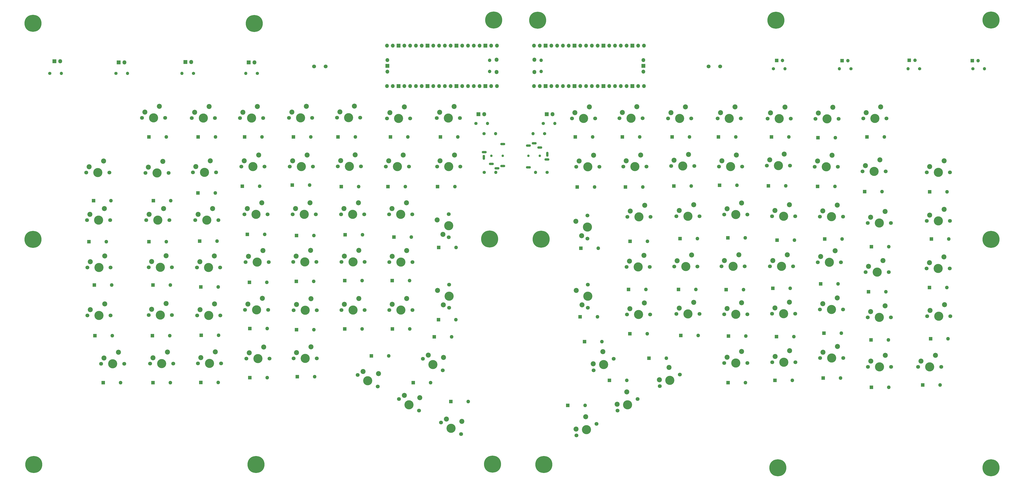
<source format=gbr>
%TF.GenerationSoftware,KiCad,Pcbnew,7.0.1-3b83917a11~172~ubuntu22.04.1*%
%TF.CreationDate,2023-03-31T12:58:08+02:00*%
%TF.ProjectId,Europe-ergo,4575726f-7065-42d6-9572-676f2e6b6963,rev?*%
%TF.SameCoordinates,Original*%
%TF.FileFunction,Soldermask,Top*%
%TF.FilePolarity,Negative*%
%FSLAX46Y46*%
G04 Gerber Fmt 4.6, Leading zero omitted, Abs format (unit mm)*
G04 Created by KiCad (PCBNEW 7.0.1-3b83917a11~172~ubuntu22.04.1) date 2023-03-31 12:58:08*
%MOMM*%
%LPD*%
G01*
G04 APERTURE LIST*
%ADD10O,1.100000X2.200000*%
%ADD11O,2.200000X1.100000*%
%ADD12C,1.100000*%
%ADD13R,1.600000X1.600000*%
%ADD14O,1.600000X1.600000*%
%ADD15C,7.500000*%
%ADD16C,1.700000*%
%ADD17C,4.000000*%
%ADD18C,2.200000*%
%ADD19R,1.500000X1.500000*%
%ADD20O,1.500000X1.500000*%
%ADD21C,1.400000*%
%ADD22O,1.400000X1.400000*%
%ADD23R,1.800000X1.800000*%
%ADD24O,1.800000X1.800000*%
%ADD25O,1.700000X1.700000*%
%ADD26R,1.700000X1.700000*%
G04 APERTURE END LIST*
D10*
%TO.C,J2*%
X326275000Y-91550000D03*
D11*
X322975000Y-88650000D03*
X326075000Y-93850000D03*
X317975000Y-87750000D03*
X317975000Y-97350000D03*
X320475000Y-86750000D03*
D12*
X317975000Y-92250000D03*
X322975000Y-92250000D03*
%TD*%
D10*
%TO.C,J1*%
X298370000Y-92930000D03*
D11*
X301670000Y-95830000D03*
X298570000Y-90630000D03*
X306670000Y-96730000D03*
X306670000Y-87130000D03*
X304170000Y-97730000D03*
D12*
X306670000Y-92230000D03*
X301670000Y-92230000D03*
%TD*%
D13*
%TO.C,D85*%
X426860000Y-171760000D03*
D14*
X434480000Y-171760000D03*
%TD*%
D13*
%TO.C,D90*%
X153190000Y-192000000D03*
D14*
X160810000Y-192000000D03*
%TD*%
D13*
%TO.C,D92*%
X267380000Y-192000000D03*
D14*
X275000000Y-192000000D03*
%TD*%
D15*
%TO.C,H13*%
X302750000Y-32600000D03*
%TD*%
D13*
%TO.C,D3*%
X193400000Y-84000000D03*
D14*
X201020000Y-84000000D03*
%TD*%
D13*
%TO.C,D22*%
X192360000Y-105600000D03*
D14*
X199980000Y-105600000D03*
%TD*%
D16*
%TO.C,SW41*%
X343900000Y-128700000D03*
D17*
X343900000Y-123620000D03*
D16*
X343900000Y-118540000D03*
D18*
X338820000Y-121080000D03*
X341360000Y-127430000D03*
%TD*%
D16*
%TO.C,SW64*%
X151340000Y-162280000D03*
D17*
X156420000Y-162280000D03*
D16*
X161500000Y-162280000D03*
D18*
X158960000Y-157200000D03*
X152610000Y-159740000D03*
%TD*%
D16*
%TO.C,SW48*%
X492775000Y-120880000D03*
D17*
X497855000Y-120880000D03*
D16*
X502935000Y-120880000D03*
D18*
X500395000Y-115800000D03*
X494045000Y-118340000D03*
%TD*%
D13*
%TO.C,D95*%
X353550000Y-191000000D03*
D14*
X361170000Y-191000000D03*
%TD*%
D13*
%TO.C,D94*%
X335190000Y-202000000D03*
D14*
X342810000Y-202000000D03*
%TD*%
D15*
%TO.C,H6*%
X521000000Y-32600000D03*
%TD*%
D19*
%TO.C,D42*%
X512730000Y-50440000D03*
D20*
X515270000Y-50440000D03*
%TD*%
D16*
%TO.C,SW45*%
X424920000Y-118880000D03*
D17*
X430000000Y-118880000D03*
D16*
X435080000Y-118880000D03*
D18*
X432540000Y-113800000D03*
X426190000Y-116340000D03*
%TD*%
D16*
%TO.C,SW76*%
X403920000Y-161960000D03*
D17*
X409000000Y-161960000D03*
D16*
X414080000Y-161960000D03*
D18*
X411540000Y-156880000D03*
X405190000Y-159420000D03*
%TD*%
D13*
%TO.C,D55*%
X405520000Y-128360000D03*
D14*
X413140000Y-128360000D03*
%TD*%
D13*
%TO.C,D72*%
X152960000Y-171380000D03*
D14*
X160580000Y-171380000D03*
%TD*%
D16*
%TO.C,SW83*%
X172920000Y-183500000D03*
D17*
X178000000Y-183500000D03*
D16*
X183080000Y-183500000D03*
D18*
X180540000Y-178420000D03*
X174190000Y-180960000D03*
%TD*%
D13*
%TO.C,D44*%
X341000000Y-132920000D03*
D14*
X348620000Y-132920000D03*
%TD*%
D16*
%TO.C,SW62*%
X492675000Y-141800000D03*
D17*
X497755000Y-141800000D03*
D16*
X502835000Y-141800000D03*
D18*
X500295000Y-136720000D03*
X493945000Y-139260000D03*
%TD*%
D21*
%TO.C,R2*%
X136920000Y-56000000D03*
D22*
X142000000Y-56000000D03*
%TD*%
D16*
%TO.C,SW47*%
X466920000Y-121840000D03*
D17*
X472000000Y-121840000D03*
D16*
X477080000Y-121840000D03*
D18*
X474540000Y-116760000D03*
X468190000Y-119300000D03*
%TD*%
D15*
%TO.C,H5*%
X100900000Y-228000000D03*
%TD*%
D16*
%TO.C,SW91*%
X375600586Y-193540009D03*
D17*
X379999995Y-191000009D03*
D16*
X384399405Y-188460009D03*
D18*
X379659700Y-185330600D03*
X375430439Y-190705305D03*
%TD*%
D16*
%TO.C,SW75*%
X382920000Y-161800000D03*
D17*
X388000000Y-161800000D03*
D16*
X393080000Y-161800000D03*
D18*
X390540000Y-156720000D03*
X384190000Y-159260000D03*
%TD*%
D15*
%TO.C,H1*%
X100500000Y-34000000D03*
%TD*%
D21*
%TO.C,R14*%
X298460000Y-82500000D03*
D22*
X303540000Y-82500000D03*
%TD*%
D16*
%TO.C,SW40*%
X283000000Y-128080000D03*
D17*
X283000000Y-123000000D03*
D16*
X283000000Y-117920000D03*
D18*
X277920000Y-120460000D03*
X280460000Y-126810000D03*
%TD*%
D13*
%TO.C,D34*%
X151400000Y-130000000D03*
D14*
X159020000Y-130000000D03*
%TD*%
D16*
%TO.C,SW61*%
X465920000Y-143380000D03*
D17*
X471000000Y-143380000D03*
D16*
X476080000Y-143380000D03*
D18*
X473540000Y-138300000D03*
X467190000Y-140840000D03*
%TD*%
D21*
%TO.C,R3*%
X171000000Y-56000000D03*
D22*
X165920000Y-56000000D03*
%TD*%
D13*
%TO.C,D49*%
X173690000Y-129800000D03*
D14*
X181310000Y-129800000D03*
%TD*%
D16*
%TO.C,SW13*%
X443920000Y-76000000D03*
D17*
X449000000Y-76000000D03*
D16*
X454080000Y-76000000D03*
D18*
X451540000Y-70920000D03*
X445190000Y-73460000D03*
%TD*%
D16*
%TO.C,SW39*%
X256840000Y-118000000D03*
D17*
X261920000Y-118000000D03*
D16*
X267000000Y-118000000D03*
D18*
X264460000Y-112920000D03*
X258110000Y-115460000D03*
%TD*%
D16*
%TO.C,SW36*%
X193340000Y-118000000D03*
D17*
X198420000Y-118000000D03*
D16*
X203500000Y-118000000D03*
D18*
X200960000Y-112920000D03*
X194610000Y-115460000D03*
%TD*%
D15*
%TO.C,H16*%
X427400000Y-229450000D03*
%TD*%
D13*
%TO.C,D83*%
X384800000Y-171260000D03*
D14*
X392420000Y-171260000D03*
%TD*%
D13*
%TO.C,D102*%
X195660000Y-189800000D03*
D14*
X203280000Y-189800000D03*
%TD*%
D13*
%TO.C,D5*%
X279380000Y-84000000D03*
D14*
X287000000Y-84000000D03*
%TD*%
D16*
%TO.C,SW29*%
X422590000Y-96610000D03*
D17*
X427670000Y-96610000D03*
D16*
X432750000Y-96610000D03*
D18*
X430210000Y-91530000D03*
X423860000Y-94070000D03*
%TD*%
D13*
%TO.C,D65*%
X195510000Y-147900000D03*
D14*
X203130000Y-147900000D03*
%TD*%
D16*
%TO.C,SW58*%
X402730000Y-140840000D03*
D17*
X407810000Y-140840000D03*
D16*
X412890000Y-140840000D03*
D18*
X410350000Y-135760000D03*
X404000000Y-138300000D03*
%TD*%
D16*
%TO.C,SW60*%
X444920000Y-139040000D03*
D17*
X450000000Y-139040000D03*
D16*
X455080000Y-139040000D03*
D18*
X452540000Y-133960000D03*
X446190000Y-136500000D03*
%TD*%
D13*
%TO.C,D99*%
X174200000Y-191900000D03*
D14*
X181820000Y-191900000D03*
%TD*%
D16*
%TO.C,SW84*%
X194200000Y-181400000D03*
D17*
X199280000Y-181400000D03*
D16*
X204360000Y-181400000D03*
D18*
X201820000Y-176320000D03*
X195470000Y-178860000D03*
%TD*%
D15*
%TO.C,H2*%
X521000000Y-229450000D03*
%TD*%
D16*
%TO.C,SW6*%
X255920000Y-75800000D03*
D17*
X261000000Y-75800000D03*
D16*
X266080000Y-75800000D03*
D18*
X263540000Y-70720000D03*
X257190000Y-73260000D03*
%TD*%
D13*
%TO.C,D50*%
X362550000Y-129840000D03*
D14*
X370170000Y-129840000D03*
%TD*%
D23*
%TO.C,D38*%
X296000000Y-74000000D03*
D24*
X298540000Y-74000000D03*
%TD*%
D16*
%TO.C,SW50*%
X151350000Y-141300000D03*
D17*
X156430000Y-141300000D03*
D16*
X161510000Y-141300000D03*
D18*
X158970000Y-136220000D03*
X152620000Y-138760000D03*
%TD*%
D13*
%TO.C,D48*%
X258920000Y-128000000D03*
D14*
X266540000Y-128000000D03*
%TD*%
D16*
%TO.C,SW46*%
X445920000Y-118980000D03*
D17*
X451000000Y-118980000D03*
D16*
X456080000Y-118980000D03*
D18*
X453540000Y-113900000D03*
X447190000Y-116440000D03*
%TD*%
D13*
%TO.C,D16*%
X153380000Y-112000000D03*
D14*
X161000000Y-112000000D03*
%TD*%
D13*
%TO.C,D80*%
X195700000Y-168180000D03*
D14*
X203320000Y-168180000D03*
%TD*%
D21*
%TO.C,R6*%
X425470000Y-54000000D03*
D22*
X430550000Y-54000000D03*
%TD*%
D16*
%TO.C,SW96*%
X488990000Y-185080000D03*
D17*
X494070000Y-185080000D03*
D16*
X499150000Y-185080000D03*
D18*
X496610000Y-180000000D03*
X490260000Y-182540000D03*
%TD*%
D13*
%TO.C,D93*%
X283889600Y-200284700D03*
D14*
X291509600Y-200284700D03*
%TD*%
D13*
%TO.C,D23*%
X214300000Y-105140000D03*
D14*
X221920000Y-105140000D03*
%TD*%
D16*
%TO.C,SW44*%
X403920000Y-118100000D03*
D17*
X409000000Y-118100000D03*
D16*
X414080000Y-118100000D03*
D18*
X411540000Y-113020000D03*
X405190000Y-115560000D03*
%TD*%
D13*
%TO.C,D18*%
X339410000Y-106005000D03*
D14*
X347030000Y-106005000D03*
%TD*%
D16*
%TO.C,SW34*%
X150220000Y-120500000D03*
D17*
X155300000Y-120500000D03*
D16*
X160380000Y-120500000D03*
D18*
X157840000Y-115420000D03*
X151490000Y-117960000D03*
%TD*%
D16*
%TO.C,SW22*%
X234320000Y-96900000D03*
D17*
X239400000Y-96900000D03*
D16*
X244480000Y-96900000D03*
D18*
X241940000Y-91820000D03*
X235590000Y-94360000D03*
%TD*%
D16*
%TO.C,SW18*%
X149920000Y-99800000D03*
D17*
X155000000Y-99800000D03*
D16*
X160080000Y-99800000D03*
D18*
X157540000Y-94720000D03*
X151190000Y-97260000D03*
%TD*%
D13*
%TO.C,D57*%
X127410000Y-149100000D03*
D14*
X135030000Y-149100000D03*
%TD*%
D16*
%TO.C,SW80*%
X492975000Y-162800000D03*
D17*
X498055000Y-162800000D03*
D16*
X503135000Y-162800000D03*
D18*
X500595000Y-157720000D03*
X494245000Y-160260000D03*
%TD*%
D16*
%TO.C,SW17*%
X123880000Y-99600000D03*
D17*
X128960000Y-99600000D03*
D16*
X134040000Y-99600000D03*
D18*
X131500000Y-94520000D03*
X125150000Y-97060000D03*
%TD*%
D13*
%TO.C,D59*%
X467190000Y-152040000D03*
D14*
X474810000Y-152040000D03*
%TD*%
D16*
%TO.C,SW2*%
X170180000Y-75700000D03*
D17*
X175260000Y-75700000D03*
D16*
X180340000Y-75700000D03*
D18*
X177800000Y-70620000D03*
X171450000Y-73160000D03*
%TD*%
D13*
%TO.C,D62*%
X237390000Y-147100000D03*
D14*
X245010000Y-147100000D03*
%TD*%
D13*
%TO.C,D88*%
X362520000Y-170525000D03*
D14*
X370140000Y-170525000D03*
%TD*%
D16*
%TO.C,SW42*%
X361350000Y-119080000D03*
D17*
X366430000Y-119080000D03*
D16*
X371510000Y-119080000D03*
D18*
X368970000Y-114000000D03*
X362620000Y-116540000D03*
%TD*%
D13*
%TO.C,D47*%
X237540000Y-127000000D03*
D14*
X245160000Y-127000000D03*
%TD*%
D13*
%TO.C,D15*%
X127110000Y-112000000D03*
D14*
X134730000Y-112000000D03*
%TD*%
D13*
%TO.C,D71*%
X127700000Y-171380000D03*
D14*
X135320000Y-171380000D03*
%TD*%
D21*
%TO.C,R8*%
X489630000Y-54000000D03*
D22*
X484550000Y-54000000D03*
%TD*%
D13*
%TO.C,D52*%
X194630000Y-126800000D03*
D14*
X202250000Y-126800000D03*
%TD*%
D16*
%TO.C,SW9*%
X357920000Y-75740000D03*
D17*
X363000000Y-75740000D03*
D16*
X368080000Y-75740000D03*
D18*
X365540000Y-70660000D03*
X359190000Y-73200000D03*
%TD*%
D13*
%TO.C,D20*%
X494045000Y-108065000D03*
D14*
X501665000Y-108065000D03*
%TD*%
D16*
%TO.C,SW19*%
X170730000Y-99540000D03*
D17*
X175810000Y-99540000D03*
D16*
X180890000Y-99540000D03*
D18*
X178350000Y-94460000D03*
X172000000Y-97000000D03*
%TD*%
D15*
%TO.C,H10*%
X322000000Y-32650000D03*
%TD*%
D13*
%TO.C,D66*%
X361930000Y-151040000D03*
D14*
X369550000Y-151040000D03*
%TD*%
D13*
%TO.C,D67*%
X383800000Y-151040000D03*
D14*
X391420000Y-151040000D03*
%TD*%
D13*
%TO.C,D104*%
X426170000Y-191000000D03*
D14*
X433790000Y-191000000D03*
%TD*%
D16*
%TO.C,SW70*%
X283180000Y-159080000D03*
D17*
X283180000Y-154000000D03*
D16*
X283180000Y-148920000D03*
D18*
X278100000Y-151460000D03*
X280640000Y-157810000D03*
%TD*%
D13*
%TO.C,D73*%
X278520000Y-164280000D03*
D14*
X286140000Y-164280000D03*
%TD*%
D13*
%TO.C,D86*%
X447620000Y-170260000D03*
D14*
X455240000Y-170260000D03*
%TD*%
D16*
%TO.C,SW11*%
X401000000Y-75860000D03*
D17*
X406080000Y-75860000D03*
D16*
X411160000Y-75860000D03*
D18*
X408620000Y-70780000D03*
X402270000Y-73320000D03*
%TD*%
D13*
%TO.C,D28*%
X401860000Y-105225000D03*
D14*
X409480000Y-105225000D03*
%TD*%
D21*
%TO.C,R1*%
X107920000Y-56000000D03*
D22*
X113000000Y-56000000D03*
%TD*%
D16*
%TO.C,SW89*%
X339010586Y-215200009D03*
D17*
X343409995Y-212660009D03*
D16*
X347809405Y-210120009D03*
D18*
X343069700Y-206990600D03*
X338840439Y-212365305D03*
%TD*%
D19*
%TO.C,D40*%
X455614700Y-50440000D03*
D20*
X458154700Y-50440000D03*
%TD*%
D16*
%TO.C,SW94*%
X445990000Y-181180000D03*
D17*
X451070000Y-181180000D03*
D16*
X456150000Y-181180000D03*
D18*
X453610000Y-176100000D03*
X447260000Y-178640000D03*
%TD*%
D13*
%TO.C,D30*%
X444860000Y-105740000D03*
D14*
X452480000Y-105740000D03*
%TD*%
D16*
%TO.C,SW1*%
X148380000Y-75600000D03*
D17*
X153460000Y-75600000D03*
D16*
X158540000Y-75600000D03*
D18*
X156000000Y-70520000D03*
X149650000Y-73060000D03*
%TD*%
D15*
%TO.C,H8*%
X426550000Y-32650000D03*
%TD*%
D16*
%TO.C,SW53*%
X214760000Y-138940000D03*
D17*
X219840000Y-138940000D03*
D16*
X224920000Y-138940000D03*
D18*
X222380000Y-133860000D03*
X216030000Y-136400000D03*
%TD*%
D16*
%TO.C,SW56*%
X361050000Y-141080000D03*
D17*
X366130000Y-141080000D03*
D16*
X371210000Y-141080000D03*
D18*
X368670000Y-136000000D03*
X362320000Y-138540000D03*
%TD*%
D13*
%TO.C,D60*%
X493945000Y-150205000D03*
D14*
X501565000Y-150205000D03*
%TD*%
D16*
%TO.C,SW72*%
X346600586Y-186540009D03*
D17*
X350999995Y-184000009D03*
D16*
X355399405Y-181460009D03*
D18*
X350659700Y-178330600D03*
X346430439Y-183705305D03*
%TD*%
D16*
%TO.C,SW78*%
X445920000Y-159800000D03*
D17*
X451000000Y-159800000D03*
D16*
X456080000Y-159800000D03*
D18*
X453540000Y-154720000D03*
X447190000Y-157260000D03*
%TD*%
D13*
%TO.C,D63*%
X258190000Y-147100000D03*
D14*
X265810000Y-147100000D03*
%TD*%
D13*
%TO.C,D51*%
X384520000Y-128700000D03*
D14*
X392140000Y-128700000D03*
%TD*%
D16*
%TO.C,SW77*%
X424920000Y-161720000D03*
D17*
X430000000Y-161720000D03*
D16*
X435080000Y-161720000D03*
D18*
X432540000Y-156640000D03*
X426190000Y-159180000D03*
%TD*%
D16*
%TO.C,SW28*%
X401590000Y-97000000D03*
D17*
X406670000Y-97000000D03*
D16*
X411750000Y-97000000D03*
D18*
X409210000Y-91920000D03*
X402860000Y-94460000D03*
%TD*%
D13*
%TO.C,D13*%
X381000000Y-84000000D03*
D14*
X388620000Y-84000000D03*
%TD*%
D23*
%TO.C,D32*%
X138100000Y-51200000D03*
D24*
X140640000Y-51200000D03*
%TD*%
D16*
%TO.C,SW95*%
X466990000Y-185080000D03*
D17*
X472070000Y-185080000D03*
D16*
X477150000Y-185080000D03*
D18*
X474610000Y-180000000D03*
X468260000Y-182540000D03*
%TD*%
D16*
%TO.C,SW3*%
X191380000Y-75700000D03*
D17*
X196460000Y-75700000D03*
D16*
X201540000Y-75700000D03*
D18*
X199000000Y-70620000D03*
X192650000Y-73160000D03*
%TD*%
D13*
%TO.C,D78*%
X494475000Y-172660000D03*
D14*
X502095000Y-172660000D03*
%TD*%
D13*
%TO.C,D12*%
X234380000Y-84000000D03*
D14*
X242000000Y-84000000D03*
%TD*%
D13*
%TO.C,D2*%
X173000000Y-84000000D03*
D14*
X180620000Y-84000000D03*
%TD*%
D16*
%TO.C,SW7*%
X277720000Y-75700000D03*
D17*
X282800000Y-75700000D03*
D16*
X287880000Y-75700000D03*
D18*
X285340000Y-70620000D03*
X278990000Y-73160000D03*
%TD*%
D16*
%TO.C,SW55*%
X256920000Y-139000000D03*
D17*
X262000000Y-139000000D03*
D16*
X267080000Y-139000000D03*
D18*
X264540000Y-133920000D03*
X258190000Y-136460000D03*
%TD*%
D21*
%TO.C,R9*%
X513010000Y-54000000D03*
D22*
X518090000Y-54000000D03*
%TD*%
D13*
%TO.C,D87*%
X258280000Y-168380000D03*
D14*
X265900000Y-168380000D03*
%TD*%
D13*
%TO.C,D53*%
X216140000Y-127340000D03*
D14*
X223760000Y-127340000D03*
%TD*%
D16*
%TO.C,SW57*%
X381920000Y-140980000D03*
D17*
X387000000Y-140980000D03*
D16*
X392080000Y-140980000D03*
D18*
X389540000Y-135900000D03*
X383190000Y-138440000D03*
%TD*%
D21*
%TO.C,R11*%
X326170000Y-99500000D03*
D22*
X321090000Y-99500000D03*
%TD*%
D15*
%TO.C,H15*%
X302200000Y-227800000D03*
%TD*%
%TO.C,H9*%
X300900000Y-128800000D03*
%TD*%
D13*
%TO.C,D46*%
X494855000Y-128800000D03*
D14*
X502475000Y-128800000D03*
%TD*%
D13*
%TO.C,D4*%
X257380000Y-84000000D03*
D14*
X265000000Y-84000000D03*
%TD*%
D15*
%TO.C,H7*%
X100500000Y-129000000D03*
%TD*%
D13*
%TO.C,D101*%
X447290000Y-190000000D03*
D14*
X454910000Y-190000000D03*
%TD*%
D13*
%TO.C,D68*%
X404710000Y-151100000D03*
D14*
X412330000Y-151100000D03*
%TD*%
D15*
%TO.C,H4*%
X521000000Y-129000000D03*
%TD*%
D13*
%TO.C,D82*%
X237380000Y-168380000D03*
D14*
X245000000Y-168380000D03*
%TD*%
D16*
%TO.C,SW14*%
X464920000Y-75840000D03*
D17*
X470000000Y-75840000D03*
D16*
X475080000Y-75840000D03*
D18*
X472540000Y-70760000D03*
X466190000Y-73300000D03*
%TD*%
D13*
%TO.C,D19*%
X465560000Y-108005000D03*
D14*
X473180000Y-108005000D03*
%TD*%
D16*
%TO.C,SW52*%
X193840000Y-139000000D03*
D17*
X198920000Y-139000000D03*
D16*
X204000000Y-139000000D03*
D18*
X201460000Y-133920000D03*
X195110000Y-136460000D03*
%TD*%
D13*
%TO.C,D7*%
X466520000Y-84000000D03*
D14*
X474140000Y-84000000D03*
%TD*%
D13*
%TO.C,D69*%
X425200000Y-150540000D03*
D14*
X432820000Y-150540000D03*
%TD*%
D13*
%TO.C,D75*%
X342560000Y-173970600D03*
D14*
X350180000Y-173970600D03*
%TD*%
D19*
%TO.C,D39*%
X426914700Y-50340000D03*
D20*
X429454700Y-50340000D03*
%TD*%
D16*
%TO.C,SW71*%
X271600586Y-181460009D03*
D17*
X275999995Y-184000009D03*
D16*
X280399405Y-186540009D03*
D18*
X280739700Y-180870600D03*
X273970439Y-179895305D03*
%TD*%
D16*
%TO.C,SW67*%
X214920000Y-160120000D03*
D17*
X220000000Y-160120000D03*
D16*
X225080000Y-160120000D03*
D18*
X222540000Y-155040000D03*
X216190000Y-157580000D03*
%TD*%
D16*
%TO.C,SW49*%
X124380000Y-141400000D03*
D17*
X129460000Y-141400000D03*
D16*
X134540000Y-141400000D03*
D18*
X132000000Y-136320000D03*
X125650000Y-138860000D03*
%TD*%
D16*
%TO.C,SW21*%
X213220000Y-97040000D03*
D17*
X218300000Y-97040000D03*
D16*
X223380000Y-97040000D03*
D18*
X220840000Y-91960000D03*
X214490000Y-94500000D03*
%TD*%
D16*
%TO.C,SW82*%
X151920000Y-183580000D03*
D17*
X157000000Y-183580000D03*
D16*
X162080000Y-183580000D03*
D18*
X159540000Y-178500000D03*
X153190000Y-181040000D03*
%TD*%
D15*
%TO.C,H14*%
X324750000Y-228000000D03*
%TD*%
D13*
%TO.C,D77*%
X468320000Y-173220000D03*
D14*
X475940000Y-173220000D03*
%TD*%
D13*
%TO.C,D79*%
X174390000Y-171180000D03*
D14*
X182010000Y-171180000D03*
%TD*%
D16*
%TO.C,SW27*%
X380590000Y-96740000D03*
D17*
X385670000Y-96740000D03*
D16*
X390750000Y-96740000D03*
D18*
X388210000Y-91660000D03*
X381860000Y-94200000D03*
%TD*%
D23*
%TO.C,D31*%
X109900000Y-50700000D03*
D24*
X112440000Y-50700000D03*
%TD*%
D21*
%TO.C,R7*%
X459550000Y-54000000D03*
D22*
X454470000Y-54000000D03*
%TD*%
D13*
%TO.C,D91*%
X249000000Y-180250000D03*
D14*
X256620000Y-180250000D03*
%TD*%
D21*
%TO.C,R4*%
X199000000Y-56000000D03*
D22*
X193920000Y-56000000D03*
%TD*%
D13*
%TO.C,D56*%
X427100000Y-129340000D03*
D14*
X434720000Y-129340000D03*
%TD*%
D21*
%TO.C,R13*%
X298540000Y-99500000D03*
D22*
X303620000Y-99500000D03*
%TD*%
D16*
%TO.C,SW32*%
X492775000Y-99540000D03*
D17*
X497855000Y-99540000D03*
D16*
X502935000Y-99540000D03*
D18*
X500395000Y-94460000D03*
X494045000Y-97000000D03*
%TD*%
D16*
%TO.C,SW79*%
X466920000Y-163260000D03*
D17*
X472000000Y-163260000D03*
D16*
X477080000Y-163260000D03*
D18*
X474540000Y-158180000D03*
X468190000Y-160720000D03*
%TD*%
D13*
%TO.C,D89*%
X131360000Y-192000000D03*
D14*
X138980000Y-192000000D03*
%TD*%
D16*
%TO.C,SW66*%
X193580000Y-159980000D03*
D17*
X198660000Y-159980000D03*
D16*
X203740000Y-159980000D03*
D18*
X201200000Y-154900000D03*
X194850000Y-157440000D03*
%TD*%
D16*
%TO.C,SW63*%
X124380000Y-162480000D03*
D17*
X129460000Y-162480000D03*
D16*
X134540000Y-162480000D03*
D18*
X132000000Y-157400000D03*
X125650000Y-159940000D03*
%TD*%
D21*
%TO.C,R12*%
X325090000Y-82500000D03*
D22*
X320010000Y-82500000D03*
%TD*%
D16*
%TO.C,SW90*%
X357070586Y-204300009D03*
D17*
X361469995Y-201760009D03*
D16*
X365869405Y-199220009D03*
D18*
X361129700Y-196090600D03*
X356900439Y-201465305D03*
%TD*%
D16*
%TO.C,SW92*%
X403920000Y-183340000D03*
D17*
X409000000Y-183340000D03*
D16*
X414080000Y-183340000D03*
D18*
X411540000Y-178260000D03*
X405190000Y-180800000D03*
%TD*%
D23*
%TO.C,D43*%
X326000000Y-74000000D03*
D24*
X328540000Y-74000000D03*
%TD*%
D16*
%TO.C,SW87*%
X261140586Y-199180009D03*
D17*
X265539995Y-201720009D03*
D16*
X269939405Y-204260009D03*
D18*
X270279700Y-198590600D03*
X263510439Y-197615305D03*
%TD*%
D13*
%TO.C,D81*%
X216190000Y-168720000D03*
D14*
X223810000Y-168720000D03*
%TD*%
D16*
%TO.C,SW4*%
X212920000Y-75600000D03*
D17*
X218000000Y-75600000D03*
D16*
X223080000Y-75600000D03*
D18*
X220540000Y-70520000D03*
X214190000Y-73060000D03*
%TD*%
D16*
%TO.C,SW37*%
X214460000Y-118040000D03*
D17*
X219540000Y-118040000D03*
D16*
X224620000Y-118040000D03*
D18*
X222080000Y-112960000D03*
X215730000Y-115500000D03*
%TD*%
D16*
%TO.C,SW33*%
X124240000Y-120500000D03*
D17*
X129320000Y-120500000D03*
D16*
X134400000Y-120500000D03*
D18*
X131860000Y-115420000D03*
X125510000Y-117960000D03*
%TD*%
D16*
%TO.C,SW51*%
X172530000Y-141400000D03*
D17*
X177610000Y-141400000D03*
D16*
X182690000Y-141400000D03*
D18*
X180150000Y-136320000D03*
X173800000Y-138860000D03*
%TD*%
D16*
%TO.C,SW5*%
X233920000Y-75500000D03*
D17*
X239000000Y-75500000D03*
D16*
X244080000Y-75500000D03*
D18*
X241540000Y-70420000D03*
X235190000Y-72960000D03*
%TD*%
D13*
%TO.C,D14*%
X401390000Y-84000000D03*
D14*
X409010000Y-84000000D03*
%TD*%
D13*
%TO.C,D61*%
X216110000Y-147440000D03*
D14*
X223730000Y-147440000D03*
%TD*%
D16*
%TO.C,SW12*%
X422920000Y-75940000D03*
D17*
X428000000Y-75940000D03*
D16*
X433080000Y-75940000D03*
D18*
X430540000Y-70860000D03*
X424190000Y-73400000D03*
%TD*%
D13*
%TO.C,D96*%
X370860000Y-181240000D03*
D14*
X378480000Y-181240000D03*
%TD*%
D13*
%TO.C,D35*%
X278560000Y-132540000D03*
D14*
X286180000Y-132540000D03*
%TD*%
D15*
%TO.C,H11*%
X198400000Y-228000000D03*
%TD*%
D16*
%TO.C,SW31*%
X464590000Y-99080000D03*
D17*
X469670000Y-99080000D03*
D16*
X474750000Y-99080000D03*
D18*
X472210000Y-94000000D03*
X465860000Y-96540000D03*
%TD*%
D13*
%TO.C,D27*%
X381760000Y-105565000D03*
D14*
X389380000Y-105565000D03*
%TD*%
D15*
%TO.C,H12*%
X323550000Y-128900000D03*
%TD*%
D13*
%TO.C,D45*%
X468500000Y-132200000D03*
D14*
X476120000Y-132200000D03*
%TD*%
D16*
%TO.C,SW43*%
X382920000Y-118840000D03*
D17*
X388000000Y-118840000D03*
D16*
X393080000Y-118840000D03*
D18*
X390540000Y-113760000D03*
X384190000Y-116300000D03*
%TD*%
D13*
%TO.C,D33*%
X125100000Y-130000000D03*
D14*
X132720000Y-130000000D03*
%TD*%
D13*
%TO.C,D100*%
X216500000Y-189340000D03*
D14*
X224120000Y-189340000D03*
%TD*%
D13*
%TO.C,D11*%
X214800000Y-84000000D03*
D14*
X222420000Y-84000000D03*
%TD*%
D16*
%TO.C,SW85*%
X214920000Y-181340000D03*
D17*
X220000000Y-181340000D03*
D16*
X225080000Y-181340000D03*
D18*
X222540000Y-176260000D03*
X216190000Y-178800000D03*
%TD*%
D13*
%TO.C,D8*%
X338550000Y-84000000D03*
D14*
X346170000Y-84000000D03*
%TD*%
D13*
%TO.C,D26*%
X360560000Y-106005000D03*
D14*
X368180000Y-106005000D03*
%TD*%
D23*
%TO.C,D37*%
X195200000Y-51200000D03*
D24*
X197740000Y-51200000D03*
%TD*%
D16*
%TO.C,SW8*%
X337050000Y-75840000D03*
D17*
X342130000Y-75840000D03*
D16*
X347210000Y-75840000D03*
D18*
X344670000Y-70760000D03*
X338320000Y-73300000D03*
%TD*%
D13*
%TO.C,D17*%
X278080000Y-105800000D03*
D14*
X285700000Y-105800000D03*
%TD*%
D13*
%TO.C,D9*%
X359190000Y-84000000D03*
D14*
X366810000Y-84000000D03*
%TD*%
D16*
%TO.C,SW10*%
X379260000Y-75840000D03*
D17*
X384340000Y-75840000D03*
D16*
X389420000Y-75840000D03*
D18*
X386880000Y-70760000D03*
X380530000Y-73300000D03*
%TD*%
D13*
%TO.C,D64*%
X174180000Y-149900000D03*
D14*
X181800000Y-149900000D03*
%TD*%
D13*
%TO.C,D97*%
X468490000Y-194000000D03*
D14*
X476110000Y-194000000D03*
%TD*%
D16*
%TO.C,SW68*%
X235920000Y-160080000D03*
D17*
X241000000Y-160080000D03*
D16*
X246080000Y-160080000D03*
D18*
X243540000Y-155000000D03*
X237190000Y-157540000D03*
%TD*%
D16*
%TO.C,SW26*%
X359590000Y-96980000D03*
D17*
X364670000Y-96980000D03*
D16*
X369750000Y-96980000D03*
D18*
X367210000Y-91900000D03*
X360860000Y-94440000D03*
%TD*%
D16*
%TO.C,SW24*%
X277920000Y-97000000D03*
D17*
X283000000Y-97000000D03*
D16*
X288080000Y-97000000D03*
D18*
X285540000Y-91920000D03*
X279190000Y-94460000D03*
%TD*%
D13*
%TO.C,D70*%
X446190000Y-148565000D03*
D14*
X453810000Y-148565000D03*
%TD*%
D13*
%TO.C,D76*%
X340640000Y-163000000D03*
D14*
X348260000Y-163000000D03*
%TD*%
D16*
%TO.C,SW38*%
X235760000Y-118000000D03*
D17*
X240840000Y-118000000D03*
D16*
X245920000Y-118000000D03*
D18*
X243380000Y-112920000D03*
X237030000Y-115460000D03*
%TD*%
D21*
%TO.C,R5*%
X294920000Y-78000000D03*
D22*
X300000000Y-78000000D03*
%TD*%
D16*
%TO.C,SW35*%
X171730000Y-120540000D03*
D17*
X176810000Y-120540000D03*
D16*
X181890000Y-120540000D03*
D18*
X179350000Y-115460000D03*
X173000000Y-118000000D03*
%TD*%
D16*
%TO.C,SW81*%
X130380000Y-183680000D03*
D17*
X135460000Y-183680000D03*
D16*
X140540000Y-183680000D03*
D18*
X138000000Y-178600000D03*
X131650000Y-181140000D03*
%TD*%
D15*
%TO.C,H3*%
X197600000Y-34100000D03*
%TD*%
D13*
%TO.C,D21*%
X172900000Y-108600000D03*
D14*
X180520000Y-108600000D03*
%TD*%
D13*
%TO.C,D58*%
X153220000Y-149100000D03*
D14*
X160840000Y-149100000D03*
%TD*%
D16*
%TO.C,SW20*%
X192000000Y-97000000D03*
D17*
X197080000Y-97000000D03*
D16*
X202160000Y-97000000D03*
D18*
X199620000Y-91920000D03*
X193270000Y-94460000D03*
%TD*%
D13*
%TO.C,D103*%
X405620000Y-192000000D03*
D14*
X413240000Y-192000000D03*
%TD*%
D16*
%TO.C,SW88*%
X279630186Y-209564709D03*
D17*
X284029595Y-212104709D03*
D16*
X288429005Y-214644709D03*
D18*
X288769300Y-208975300D03*
X282000039Y-208000005D03*
%TD*%
D13*
%TO.C,D98*%
X490970000Y-193000000D03*
D14*
X498590000Y-193000000D03*
%TD*%
D16*
%TO.C,SW86*%
X243060586Y-188630009D03*
D17*
X247459995Y-191170009D03*
D16*
X251859405Y-193710009D03*
D18*
X252199700Y-188040600D03*
X245430439Y-187065305D03*
%TD*%
D16*
%TO.C,SW23*%
X255420000Y-97000000D03*
D17*
X260500000Y-97000000D03*
D16*
X265580000Y-97000000D03*
D18*
X263040000Y-91920000D03*
X256690000Y-94460000D03*
%TD*%
D16*
%TO.C,SW73*%
X344000000Y-159080000D03*
D17*
X344000000Y-154000000D03*
D16*
X344000000Y-148920000D03*
D18*
X338920000Y-151460000D03*
X341460000Y-157810000D03*
%TD*%
D16*
%TO.C,SW54*%
X235940000Y-138900000D03*
D17*
X241020000Y-138900000D03*
D16*
X246100000Y-138900000D03*
D18*
X243560000Y-133820000D03*
X237210000Y-136360000D03*
%TD*%
D16*
%TO.C,SW69*%
X256920000Y-160080000D03*
D17*
X262000000Y-160080000D03*
D16*
X267080000Y-160080000D03*
D18*
X264540000Y-155000000D03*
X258190000Y-157540000D03*
%TD*%
D13*
%TO.C,D54*%
X448020000Y-128840000D03*
D14*
X455640000Y-128840000D03*
%TD*%
D13*
%TO.C,D10*%
X424650000Y-84000000D03*
D14*
X432270000Y-84000000D03*
%TD*%
D16*
%TO.C,SW74*%
X361250000Y-162000000D03*
D17*
X366330000Y-162000000D03*
D16*
X371410000Y-162000000D03*
D18*
X368870000Y-156920000D03*
X362520000Y-159460000D03*
%TD*%
D13*
%TO.C,D29*%
X423260000Y-105505000D03*
D14*
X430880000Y-105505000D03*
%TD*%
D13*
%TO.C,D25*%
X256280000Y-105800000D03*
D14*
X263900000Y-105800000D03*
%TD*%
D16*
%TO.C,SW93*%
X424990000Y-182980000D03*
D17*
X430070000Y-182980000D03*
D16*
X435150000Y-182980000D03*
D18*
X432610000Y-177900000D03*
X426260000Y-180440000D03*
%TD*%
D13*
%TO.C,D1*%
X151380000Y-84000000D03*
D14*
X159000000Y-84000000D03*
%TD*%
D13*
%TO.C,D24*%
X235800000Y-105800000D03*
D14*
X243420000Y-105800000D03*
%TD*%
D16*
%TO.C,SW65*%
X172580000Y-162480000D03*
D17*
X177660000Y-162480000D03*
D16*
X182740000Y-162480000D03*
D18*
X180200000Y-157400000D03*
X173850000Y-159940000D03*
%TD*%
D13*
%TO.C,D6*%
X445050000Y-84260000D03*
D14*
X452670000Y-84260000D03*
%TD*%
D13*
%TO.C,D74*%
X276660000Y-171880000D03*
D14*
X284280000Y-171880000D03*
%TD*%
D23*
%TO.C,D36*%
X167400000Y-51000000D03*
D24*
X169940000Y-51000000D03*
%TD*%
D16*
%TO.C,SW30*%
X443590000Y-97080000D03*
D17*
X448670000Y-97080000D03*
D16*
X453750000Y-97080000D03*
D18*
X451210000Y-92000000D03*
X444860000Y-94540000D03*
%TD*%
D19*
%TO.C,D41*%
X485114700Y-50240000D03*
D20*
X487654700Y-50240000D03*
%TD*%
D13*
%TO.C,D84*%
X405720000Y-171520000D03*
D14*
X413340000Y-171520000D03*
%TD*%
D16*
%TO.C,SW59*%
X423920000Y-140880000D03*
D17*
X429000000Y-140880000D03*
D16*
X434080000Y-140880000D03*
D18*
X431540000Y-135800000D03*
X425190000Y-138340000D03*
%TD*%
D21*
%TO.C,R10*%
X324460000Y-78000000D03*
D22*
X329540000Y-78000000D03*
%TD*%
D16*
%TO.C,SW25*%
X338920000Y-97080000D03*
D17*
X344000000Y-97080000D03*
D16*
X349080000Y-97080000D03*
D18*
X346540000Y-92000000D03*
X340190000Y-94540000D03*
%TD*%
D16*
%TO.C,SW16*%
X397010000Y-53000000D03*
X402090000Y-53000000D03*
%TD*%
D24*
%TO.C,U1*%
X304000000Y-55450000D03*
D20*
X300970000Y-55150000D03*
X300970000Y-50300000D03*
D24*
X304000000Y-50000000D03*
D25*
X304130000Y-61615000D03*
X301590000Y-61615000D03*
D26*
X299050000Y-61615000D03*
D25*
X296510000Y-61615000D03*
X293970000Y-61615000D03*
X291430000Y-61615000D03*
X288890000Y-61615000D03*
D26*
X286350000Y-61615000D03*
D25*
X283810000Y-61615000D03*
X281270000Y-61615000D03*
X278730000Y-61615000D03*
X276190000Y-61615000D03*
D26*
X273650000Y-61615000D03*
D25*
X271110000Y-61615000D03*
X268570000Y-61615000D03*
X266030000Y-61615000D03*
X263490000Y-61615000D03*
D26*
X260950000Y-61615000D03*
D25*
X258410000Y-61615000D03*
X255870000Y-61615000D03*
X255870000Y-43835000D03*
X258410000Y-43835000D03*
D26*
X260950000Y-43835000D03*
D25*
X263490000Y-43835000D03*
X266030000Y-43835000D03*
X268570000Y-43835000D03*
X271110000Y-43835000D03*
D26*
X273650000Y-43835000D03*
D25*
X276190000Y-43835000D03*
X278730000Y-43835000D03*
X281270000Y-43835000D03*
X283810000Y-43835000D03*
D26*
X286350000Y-43835000D03*
D25*
X288890000Y-43835000D03*
X291430000Y-43835000D03*
X293970000Y-43835000D03*
X296510000Y-43835000D03*
D26*
X299050000Y-43835000D03*
D25*
X301590000Y-43835000D03*
X304130000Y-43835000D03*
X256100000Y-55265000D03*
D26*
X256100000Y-52725000D03*
D25*
X256100000Y-50185000D03*
%TD*%
D24*
%TO.C,U2*%
X320550000Y-50000000D03*
D20*
X323580000Y-50300000D03*
X323580000Y-55150000D03*
D24*
X320550000Y-55450000D03*
D25*
X320420000Y-43835000D03*
X322960000Y-43835000D03*
D26*
X325500000Y-43835000D03*
D25*
X328040000Y-43835000D03*
X330580000Y-43835000D03*
X333120000Y-43835000D03*
X335660000Y-43835000D03*
D26*
X338200000Y-43835000D03*
D25*
X340740000Y-43835000D03*
X343280000Y-43835000D03*
X345820000Y-43835000D03*
X348360000Y-43835000D03*
D26*
X350900000Y-43835000D03*
D25*
X353440000Y-43835000D03*
X355980000Y-43835000D03*
X358520000Y-43835000D03*
X361060000Y-43835000D03*
D26*
X363600000Y-43835000D03*
D25*
X366140000Y-43835000D03*
X368680000Y-43835000D03*
X368680000Y-61615000D03*
X366140000Y-61615000D03*
D26*
X363600000Y-61615000D03*
D25*
X361060000Y-61615000D03*
X358520000Y-61615000D03*
X355980000Y-61615000D03*
X353440000Y-61615000D03*
D26*
X350900000Y-61615000D03*
D25*
X348360000Y-61615000D03*
X345820000Y-61615000D03*
X343280000Y-61615000D03*
X340740000Y-61615000D03*
D26*
X338200000Y-61615000D03*
D25*
X335660000Y-61615000D03*
X333120000Y-61615000D03*
X330580000Y-61615000D03*
X328040000Y-61615000D03*
D26*
X325500000Y-61615000D03*
D25*
X322960000Y-61615000D03*
X320420000Y-61615000D03*
X368450000Y-50185000D03*
D26*
X368450000Y-52725000D03*
D25*
X368450000Y-55265000D03*
%TD*%
D16*
%TO.C,SW15*%
X229000000Y-53000000D03*
X223920000Y-53000000D03*
%TD*%
M02*

</source>
